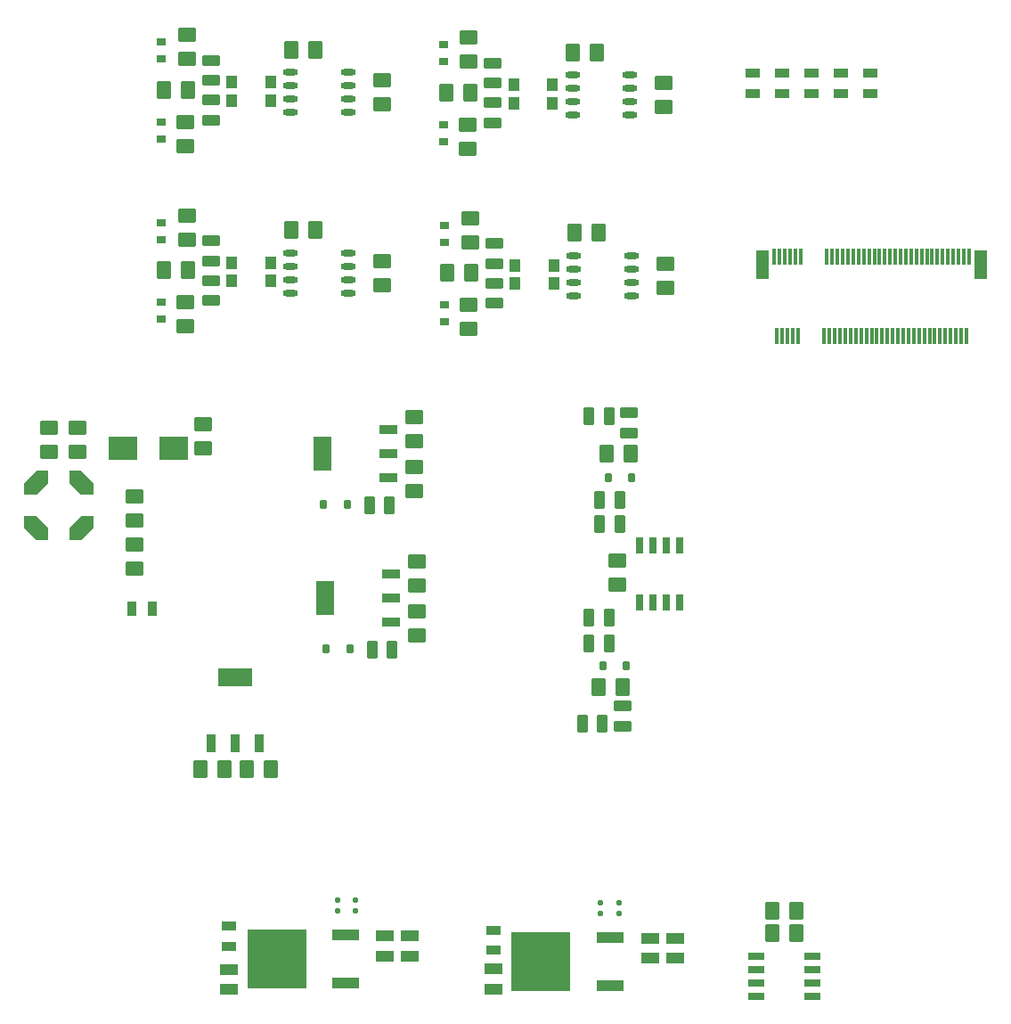
<source format=gtp>
G04*
G04 #@! TF.GenerationSoftware,Altium Limited,Altium Designer,24.1.2 (44)*
G04*
G04 Layer_Color=8421504*
%FSLAX44Y44*%
%MOMM*%
G71*
G04*
G04 #@! TF.SameCoordinates,51AA683D-CA4B-47C4-9456-8286C0F4AF48*
G04*
G04*
G04 #@! TF.FilePolarity,Positive*
G04*
G01*
G75*
%ADD20R,0.6500X1.5000*%
%ADD21R,1.2000X2.7500*%
%ADD22R,0.3000X1.5500*%
%ADD23O,1.4500X0.6000*%
G04:AMPARAMS|DCode=24|XSize=1.4mm|YSize=1.7mm|CornerRadius=0.175mm|HoleSize=0mm|Usage=FLASHONLY|Rotation=90.000|XOffset=0mm|YOffset=0mm|HoleType=Round|Shape=RoundedRectangle|*
%AMROUNDEDRECTD24*
21,1,1.4000,1.3500,0,0,90.0*
21,1,1.0500,1.7000,0,0,90.0*
1,1,0.3500,0.6750,0.5250*
1,1,0.3500,0.6750,-0.5250*
1,1,0.3500,-0.6750,-0.5250*
1,1,0.3500,-0.6750,0.5250*
%
%ADD24ROUNDEDRECTD24*%
%ADD25R,3.2500X1.7500*%
%ADD26R,0.9500X1.7500*%
%ADD27R,1.7500X3.2500*%
%ADD28R,1.7500X0.9500*%
G04:AMPARAMS|DCode=29|XSize=1mm|YSize=1.7mm|CornerRadius=0.125mm|HoleSize=0mm|Usage=FLASHONLY|Rotation=0.000|XOffset=0mm|YOffset=0mm|HoleType=Round|Shape=RoundedRectangle|*
%AMROUNDEDRECTD29*
21,1,1.0000,1.4500,0,0,0.0*
21,1,0.7500,1.7000,0,0,0.0*
1,1,0.2500,0.3750,-0.7250*
1,1,0.2500,-0.3750,-0.7250*
1,1,0.2500,-0.3750,0.7250*
1,1,0.2500,0.3750,0.7250*
%
%ADD29ROUNDEDRECTD29*%
%ADD30R,2.8000X2.2000*%
G04:AMPARAMS|DCode=31|XSize=1.4mm|YSize=1.7mm|CornerRadius=0.175mm|HoleSize=0mm|Usage=FLASHONLY|Rotation=180.000|XOffset=0mm|YOffset=0mm|HoleType=Round|Shape=RoundedRectangle|*
%AMROUNDEDRECTD31*
21,1,1.4000,1.3500,0,0,180.0*
21,1,1.0500,1.7000,0,0,180.0*
1,1,0.3500,-0.5250,0.6750*
1,1,0.3500,0.5250,0.6750*
1,1,0.3500,0.5250,-0.6750*
1,1,0.3500,-0.5250,-0.6750*
%
%ADD31ROUNDEDRECTD31*%
G04:AMPARAMS|DCode=32|XSize=1mm|YSize=1.7mm|CornerRadius=0.125mm|HoleSize=0mm|Usage=FLASHONLY|Rotation=90.000|XOffset=0mm|YOffset=0mm|HoleType=Round|Shape=RoundedRectangle|*
%AMROUNDEDRECTD32*
21,1,1.0000,1.4500,0,0,90.0*
21,1,0.7500,1.7000,0,0,90.0*
1,1,0.2500,0.7250,0.3750*
1,1,0.2500,0.7250,-0.3750*
1,1,0.2500,-0.7250,-0.3750*
1,1,0.2500,-0.7250,0.3750*
%
%ADD32ROUNDEDRECTD32*%
G04:AMPARAMS|DCode=33|XSize=0.63mm|YSize=0.83mm|CornerRadius=0.0788mm|HoleSize=0mm|Usage=FLASHONLY|Rotation=0.000|XOffset=0mm|YOffset=0mm|HoleType=Round|Shape=RoundedRectangle|*
%AMROUNDEDRECTD33*
21,1,0.6300,0.6725,0,0,0.0*
21,1,0.4725,0.8300,0,0,0.0*
1,1,0.1575,0.2362,-0.3363*
1,1,0.1575,-0.2362,-0.3363*
1,1,0.1575,-0.2362,0.3363*
1,1,0.1575,0.2362,0.3363*
%
%ADD33ROUNDEDRECTD33*%
%ADD34R,1.4000X0.9000*%
%ADD35R,1.5000X0.6500*%
%ADD36R,1.7000X1.0000*%
%ADD37R,2.6000X1.0600*%
%ADD38R,5.7000X5.6320*%
G04:AMPARAMS|DCode=39|XSize=0.5mm|YSize=0.5mm|CornerRadius=0.0875mm|HoleSize=0mm|Usage=FLASHONLY|Rotation=90.000|XOffset=0mm|YOffset=0mm|HoleType=Round|Shape=RoundedRectangle|*
%AMROUNDEDRECTD39*
21,1,0.5000,0.3250,0,0,90.0*
21,1,0.3250,0.5000,0,0,90.0*
1,1,0.1750,0.1625,0.1625*
1,1,0.1750,0.1625,-0.1625*
1,1,0.1750,-0.1625,-0.1625*
1,1,0.1750,-0.1625,0.1625*
%
%ADD39ROUNDEDRECTD39*%
%ADD40R,0.9000X1.4000*%
%ADD41R,0.9000X0.7000*%
%ADD42R,1.0000X1.1500*%
G36*
X24116Y430290D02*
Y441540D01*
X36116D01*
X47116Y430540D01*
Y418540D01*
X35866D01*
X24116Y430290D01*
D02*
G37*
G36*
Y472790D02*
X35866Y484540D01*
X47116D01*
Y472540D01*
X36116Y461540D01*
X24116D01*
Y472790D01*
D02*
G37*
G36*
X67116Y430540D02*
X78116Y441540D01*
X90116D01*
Y430290D01*
X78366Y418540D01*
X67116D01*
Y430540D01*
D02*
G37*
G36*
Y472540D02*
Y484540D01*
X78366D01*
X90116Y472790D01*
Y461540D01*
X78116D01*
X67116Y472540D01*
D02*
G37*
D20*
X609450Y413500D02*
D03*
X622150D02*
D03*
X634850D02*
D03*
X647550D02*
D03*
Y359500D02*
D03*
X634850D02*
D03*
X622150D02*
D03*
X609450D02*
D03*
D21*
X933246Y679920D02*
D03*
X726246D02*
D03*
D22*
X922246Y687670D02*
D03*
X919746Y612170D02*
D03*
X917246Y687670D02*
D03*
X914746Y612170D02*
D03*
X912246Y687670D02*
D03*
X909746Y612170D02*
D03*
X907246Y687670D02*
D03*
X904746Y612170D02*
D03*
X902246Y687670D02*
D03*
X899746Y612170D02*
D03*
X897246Y687670D02*
D03*
X894746Y612170D02*
D03*
X892246Y687670D02*
D03*
X889746Y612170D02*
D03*
X887246Y687670D02*
D03*
X884746Y612170D02*
D03*
X882246Y687670D02*
D03*
X879746Y612170D02*
D03*
X877246Y687670D02*
D03*
X874746Y612170D02*
D03*
X872246Y687670D02*
D03*
X869746Y612170D02*
D03*
X867246Y687670D02*
D03*
X864746Y612170D02*
D03*
X862246Y687670D02*
D03*
X859746Y612170D02*
D03*
X857246Y687670D02*
D03*
X854746Y612170D02*
D03*
X852246Y687670D02*
D03*
X849746Y612170D02*
D03*
X847246Y687670D02*
D03*
X844746Y612170D02*
D03*
X842246Y687670D02*
D03*
X839746Y612170D02*
D03*
X837246Y687670D02*
D03*
X834746Y612170D02*
D03*
X832246Y687670D02*
D03*
X829746Y612170D02*
D03*
X827246Y687670D02*
D03*
X824746Y612170D02*
D03*
X822246Y687670D02*
D03*
X819746Y612170D02*
D03*
X817246Y687670D02*
D03*
X814746Y612170D02*
D03*
X812246Y687670D02*
D03*
X809746Y612170D02*
D03*
X807246Y687670D02*
D03*
X804746Y612170D02*
D03*
X802246Y687670D02*
D03*
X799746Y612170D02*
D03*
X797246Y687670D02*
D03*
X794746Y612170D02*
D03*
X792246Y687670D02*
D03*
X789746Y612170D02*
D03*
X787246Y687670D02*
D03*
X784746Y612170D02*
D03*
X762246Y687670D02*
D03*
X759746Y612170D02*
D03*
X757246Y687670D02*
D03*
X754746Y612170D02*
D03*
X752246Y687670D02*
D03*
X749746Y612170D02*
D03*
X747246Y687670D02*
D03*
X744746Y612170D02*
D03*
X742246Y687670D02*
D03*
X739746Y612170D02*
D03*
X737246Y687670D02*
D03*
D23*
X601166Y650840D02*
D03*
Y663540D02*
D03*
Y676240D02*
D03*
Y688940D02*
D03*
X546666Y650840D02*
D03*
Y663540D02*
D03*
Y676240D02*
D03*
Y688940D02*
D03*
X277426Y862930D02*
D03*
Y850230D02*
D03*
Y837530D02*
D03*
Y824830D02*
D03*
X331926Y862930D02*
D03*
Y850230D02*
D03*
Y837530D02*
D03*
Y824830D02*
D03*
X545396Y860390D02*
D03*
Y847690D02*
D03*
Y834990D02*
D03*
Y822290D02*
D03*
X599896Y860390D02*
D03*
Y847690D02*
D03*
Y834990D02*
D03*
Y822290D02*
D03*
X277426Y691480D02*
D03*
Y678780D02*
D03*
Y666080D02*
D03*
Y653380D02*
D03*
X331926Y691480D02*
D03*
Y678780D02*
D03*
Y666080D02*
D03*
Y653380D02*
D03*
D24*
X632336Y829910D02*
D03*
Y852770D02*
D03*
X588250Y399180D02*
D03*
Y376320D02*
D03*
X194186Y506060D02*
D03*
Y528920D02*
D03*
X48136Y502250D02*
D03*
Y525110D02*
D03*
X74806Y502250D02*
D03*
Y525110D02*
D03*
X129416Y391760D02*
D03*
Y414620D02*
D03*
Y460340D02*
D03*
Y437480D02*
D03*
X633606Y681320D02*
D03*
Y658460D02*
D03*
X448186Y724500D02*
D03*
Y701640D02*
D03*
X446916Y641950D02*
D03*
Y619090D02*
D03*
X364366Y683860D02*
D03*
Y661000D02*
D03*
X446916Y895950D02*
D03*
Y873090D02*
D03*
X445646Y813400D02*
D03*
Y790540D02*
D03*
X178946Y727040D02*
D03*
Y704180D02*
D03*
X177676Y644490D02*
D03*
Y621630D02*
D03*
Y815940D02*
D03*
Y793080D02*
D03*
X178946Y898490D02*
D03*
Y875630D02*
D03*
X364366Y855310D02*
D03*
Y832450D02*
D03*
X397386Y375250D02*
D03*
Y398110D02*
D03*
Y351120D02*
D03*
Y328260D02*
D03*
X394846Y488280D02*
D03*
Y465420D02*
D03*
Y512410D02*
D03*
Y535270D02*
D03*
D25*
X224666Y288390D02*
D03*
D26*
X247666Y225390D02*
D03*
X224666D02*
D03*
X201666D02*
D03*
D27*
X307466Y500980D02*
D03*
X310006Y363820D02*
D03*
D28*
X370466Y523980D02*
D03*
Y500980D02*
D03*
Y477980D02*
D03*
X373006Y386820D02*
D03*
Y363820D02*
D03*
Y340820D02*
D03*
D29*
X554916Y244440D02*
D03*
X573916D02*
D03*
X561266Y536540D02*
D03*
X580266D02*
D03*
X571376Y456530D02*
D03*
X590376D02*
D03*
X571426Y433670D02*
D03*
X590426D02*
D03*
X580266Y344770D02*
D03*
X561266D02*
D03*
Y320640D02*
D03*
X580266D02*
D03*
X373866Y314290D02*
D03*
X354866D02*
D03*
X371326Y451450D02*
D03*
X352326D02*
D03*
D30*
X118116Y506060D02*
D03*
X166116D02*
D03*
D31*
X735206Y45050D02*
D03*
X758066D02*
D03*
X735206Y66640D02*
D03*
X758066D02*
D03*
X577726Y500980D02*
D03*
X600586D02*
D03*
X570106Y278730D02*
D03*
X592966D02*
D03*
X214506Y201260D02*
D03*
X191646D02*
D03*
X236096D02*
D03*
X258956D02*
D03*
X547246Y710530D02*
D03*
X570106D02*
D03*
X426596Y672430D02*
D03*
X449456D02*
D03*
X278006Y713070D02*
D03*
X300866D02*
D03*
X425326Y843880D02*
D03*
X448186D02*
D03*
X545976Y881980D02*
D03*
X568836D02*
D03*
X157356Y674970D02*
D03*
X180216D02*
D03*
X157356Y846420D02*
D03*
X180216D02*
D03*
X278006Y884520D02*
D03*
X300866D02*
D03*
D32*
X599316Y520690D02*
D03*
Y539690D02*
D03*
X592966Y241950D02*
D03*
Y260950D02*
D03*
X471046Y700320D02*
D03*
Y681320D02*
D03*
Y662880D02*
D03*
Y643880D02*
D03*
X469776Y871770D02*
D03*
Y852770D02*
D03*
Y834330D02*
D03*
Y815330D02*
D03*
X201806Y702860D02*
D03*
Y683860D02*
D03*
Y665420D02*
D03*
Y646420D02*
D03*
Y836870D02*
D03*
Y817870D02*
D03*
Y874310D02*
D03*
Y855310D02*
D03*
D33*
X601856Y478120D02*
D03*
X579556D02*
D03*
X596776Y299050D02*
D03*
X574476D02*
D03*
X333606Y315560D02*
D03*
X311306D02*
D03*
X331066Y452720D02*
D03*
X308766D02*
D03*
D34*
X828126Y862180D02*
D03*
Y843180D02*
D03*
X800186Y862180D02*
D03*
Y843180D02*
D03*
X772246Y862180D02*
D03*
Y843180D02*
D03*
X744306Y862180D02*
D03*
Y843180D02*
D03*
X716366Y862180D02*
D03*
Y843180D02*
D03*
X470417Y29200D02*
D03*
Y48200D02*
D03*
X218636Y33010D02*
D03*
Y52010D02*
D03*
D35*
X773636Y-14640D02*
D03*
Y-1940D02*
D03*
Y10760D02*
D03*
Y23460D02*
D03*
X719636D02*
D03*
Y10760D02*
D03*
Y-1940D02*
D03*
Y-14640D02*
D03*
D36*
X643137Y21580D02*
D03*
Y40580D02*
D03*
X619007Y21580D02*
D03*
Y40580D02*
D03*
X470417Y-7630D02*
D03*
Y11370D02*
D03*
X391036Y42510D02*
D03*
Y23510D02*
D03*
X219191Y-8290D02*
D03*
Y10710D02*
D03*
X366906Y23510D02*
D03*
Y42510D02*
D03*
D37*
X580996Y-4480D02*
D03*
Y41240D02*
D03*
X330076Y-1940D02*
D03*
Y43780D02*
D03*
D38*
X515496Y18380D02*
D03*
X264576Y20920D02*
D03*
D39*
X338966Y76640D02*
D03*
Y66640D02*
D03*
X322456Y76800D02*
D03*
Y66800D02*
D03*
X589797Y74180D02*
D03*
Y64180D02*
D03*
X572017Y74180D02*
D03*
Y64180D02*
D03*
D40*
X126876Y353660D02*
D03*
X145876D02*
D03*
D41*
X424056Y701640D02*
D03*
Y717640D02*
D03*
X422786Y873090D02*
D03*
Y889090D02*
D03*
X154816Y875630D02*
D03*
Y891630D02*
D03*
Y704180D02*
D03*
Y720180D02*
D03*
X424056Y625950D02*
D03*
Y641950D02*
D03*
X154816Y628490D02*
D03*
Y644490D02*
D03*
X422786Y797400D02*
D03*
Y813400D02*
D03*
X154816Y799940D02*
D03*
Y815940D02*
D03*
D42*
X527546Y662510D02*
D03*
X490746D02*
D03*
Y679810D02*
D03*
X527546D02*
D03*
X526276Y833960D02*
D03*
X489476D02*
D03*
Y851260D02*
D03*
X526276D02*
D03*
X258306Y665050D02*
D03*
X221506D02*
D03*
Y682350D02*
D03*
X258306D02*
D03*
Y836500D02*
D03*
X221506D02*
D03*
Y853800D02*
D03*
X258306D02*
D03*
M02*

</source>
